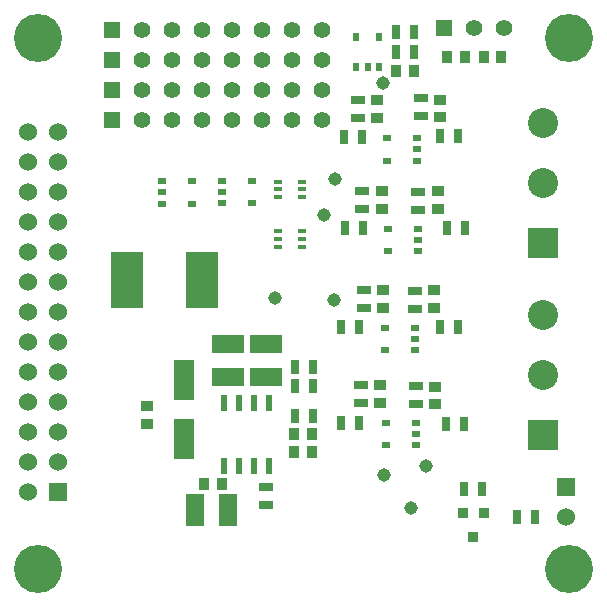
<source format=gts>
G04 (created by PCBNEW (2013-may-18)-stable) date Tue 20 Oct 2015 09:02:20 PM EDT*
%MOIN*%
G04 Gerber Fmt 3.4, Leading zero omitted, Abs format*
%FSLAX34Y34*%
G01*
G70*
G90*
G04 APERTURE LIST*
%ADD10C,0.00590551*%
%ADD11R,0.036X0.036*%
%ADD12R,0.03X0.02*%
%ADD13R,0.02X0.03*%
%ADD14R,0.0236X0.0551*%
%ADD15R,0.11X0.19*%
%ADD16R,0.025X0.045*%
%ADD17R,0.045X0.025*%
%ADD18R,0.055X0.055*%
%ADD19C,0.055*%
%ADD20R,0.026X0.016*%
%ADD21R,0.06X0.06*%
%ADD22C,0.06*%
%ADD23R,0.0709X0.1378*%
%ADD24R,0.0354X0.0394*%
%ADD25R,0.0394X0.0354*%
%ADD26R,0.1X0.1*%
%ADD27C,0.1*%
%ADD28C,0.045*%
%ADD29R,0.106X0.063*%
%ADD30R,0.063X0.106*%
%ADD31C,0.16*%
G04 APERTURE END LIST*
G54D10*
G54D11*
X55299Y-56981D03*
X55999Y-56981D03*
X55649Y-57781D03*
G54D12*
X53826Y-48268D03*
X53826Y-47518D03*
X52826Y-48268D03*
X53826Y-47893D03*
X52826Y-47518D03*
X53767Y-45237D03*
X53767Y-44487D03*
X52767Y-45237D03*
X53767Y-44862D03*
X52767Y-44487D03*
X53728Y-51556D03*
X53728Y-50806D03*
X52728Y-51556D03*
X53728Y-51181D03*
X52728Y-50806D03*
X53748Y-54725D03*
X53748Y-53975D03*
X52748Y-54725D03*
X53748Y-54350D03*
X52748Y-53975D03*
X47295Y-45904D03*
X47295Y-46654D03*
X48295Y-45904D03*
X47295Y-46279D03*
X48295Y-46654D03*
X45287Y-45924D03*
X45287Y-46674D03*
X46287Y-45924D03*
X45287Y-46299D03*
X46287Y-46674D03*
G54D13*
X51762Y-42118D03*
X52512Y-42118D03*
X51762Y-41118D03*
X52137Y-42118D03*
X52512Y-41118D03*
G54D14*
X47360Y-53320D03*
X47360Y-55420D03*
X47860Y-53320D03*
X48360Y-53320D03*
X48860Y-53320D03*
X47860Y-55420D03*
X48360Y-55420D03*
X48860Y-55420D03*
G54D15*
X46604Y-49232D03*
X44104Y-49232D03*
G54D16*
X51855Y-53976D03*
X51255Y-53976D03*
X53085Y-41614D03*
X53685Y-41614D03*
G54D17*
X51909Y-52711D03*
X51909Y-53311D03*
G54D16*
X54739Y-54015D03*
X55339Y-54015D03*
G54D17*
X53740Y-53370D03*
X53740Y-52770D03*
X53897Y-43764D03*
X53897Y-43164D03*
G54D16*
X51933Y-44448D03*
X51333Y-44448D03*
X54562Y-50787D03*
X55162Y-50787D03*
G54D17*
X52007Y-49542D03*
X52007Y-50142D03*
G54D16*
X51855Y-50787D03*
X51255Y-50787D03*
G54D17*
X53700Y-50181D03*
X53700Y-49581D03*
X51811Y-43223D03*
X51811Y-43823D03*
G54D16*
X54562Y-44429D03*
X55162Y-44429D03*
G54D17*
X53818Y-46874D03*
X53818Y-46274D03*
G54D16*
X54778Y-47480D03*
X55378Y-47480D03*
G54D17*
X51948Y-46255D03*
X51948Y-46855D03*
G54D16*
X51992Y-47480D03*
X51392Y-47480D03*
X55929Y-56181D03*
X55329Y-56181D03*
X49700Y-52106D03*
X50300Y-52106D03*
X50300Y-52755D03*
X49700Y-52755D03*
X49700Y-53759D03*
X50300Y-53759D03*
G54D17*
X48740Y-56117D03*
X48740Y-56717D03*
G54D16*
X57701Y-57125D03*
X57101Y-57125D03*
X53685Y-40944D03*
X53085Y-40944D03*
G54D18*
X43606Y-40877D03*
G54D19*
X44606Y-40877D03*
X45606Y-40877D03*
X46606Y-40877D03*
X47606Y-40877D03*
X48606Y-40877D03*
X49606Y-40877D03*
X50606Y-40877D03*
G54D18*
X43606Y-41877D03*
G54D19*
X44606Y-41877D03*
X45606Y-41877D03*
X46606Y-41877D03*
X47606Y-41877D03*
X48606Y-41877D03*
X49606Y-41877D03*
X50606Y-41877D03*
G54D18*
X43606Y-42877D03*
G54D19*
X44606Y-42877D03*
X45606Y-42877D03*
X46606Y-42877D03*
X47606Y-42877D03*
X48606Y-42877D03*
X49606Y-42877D03*
X50606Y-42877D03*
G54D18*
X43606Y-43877D03*
G54D19*
X44606Y-43877D03*
X45606Y-43877D03*
X46606Y-43877D03*
X47606Y-43877D03*
X48606Y-43877D03*
X49606Y-43877D03*
X50606Y-43877D03*
G54D18*
X54669Y-40826D03*
G54D19*
X55669Y-40826D03*
X56669Y-40826D03*
G54D20*
X49147Y-47594D03*
X49147Y-48114D03*
X49147Y-47854D03*
X49947Y-48114D03*
X49947Y-47594D03*
X49947Y-47854D03*
X49147Y-45940D03*
X49147Y-46460D03*
X49147Y-46200D03*
X49947Y-46460D03*
X49947Y-45940D03*
X49947Y-46200D03*
G54D21*
X58759Y-56133D03*
G54D22*
X58759Y-57133D03*
G54D21*
X41818Y-56295D03*
G54D22*
X40818Y-56295D03*
X41818Y-55295D03*
X40818Y-55295D03*
X41818Y-54295D03*
X40818Y-54295D03*
X41818Y-53295D03*
X40818Y-53295D03*
X41818Y-52295D03*
X40818Y-52295D03*
X41818Y-51295D03*
X40818Y-51295D03*
X41818Y-50295D03*
X40818Y-50295D03*
X41818Y-49295D03*
X40818Y-49295D03*
X41818Y-48295D03*
X40818Y-48295D03*
X41818Y-47295D03*
X40818Y-47295D03*
X41818Y-46295D03*
X40818Y-46295D03*
X41818Y-45295D03*
X40818Y-45295D03*
X41818Y-44295D03*
X40818Y-44295D03*
G54D23*
X46003Y-54507D03*
X46003Y-52539D03*
G54D24*
X54782Y-41771D03*
X55374Y-41771D03*
X47264Y-56023D03*
X46672Y-56023D03*
X50276Y-54370D03*
X49684Y-54370D03*
X56003Y-41771D03*
X56595Y-41771D03*
X50276Y-54940D03*
X49684Y-54940D03*
G54D25*
X44783Y-54016D03*
X44783Y-53424D03*
X52460Y-43227D03*
X52460Y-43819D03*
X54547Y-43207D03*
X54547Y-43799D03*
X54389Y-52774D03*
X54389Y-53366D03*
X52559Y-52715D03*
X52559Y-53307D03*
X54350Y-49566D03*
X54350Y-50158D03*
X52657Y-49546D03*
X52657Y-50138D03*
X52618Y-46259D03*
X52618Y-46851D03*
X54468Y-46259D03*
X54468Y-46851D03*
G54D26*
X57992Y-47984D03*
G54D27*
X57992Y-45984D03*
X57992Y-43984D03*
G54D26*
X57992Y-54381D03*
G54D27*
X57992Y-52381D03*
X57992Y-50381D03*
G54D28*
X52657Y-42637D03*
X51003Y-49881D03*
X51062Y-45846D03*
G54D24*
X53089Y-42244D03*
X53681Y-42244D03*
G54D29*
X47480Y-51339D03*
X47480Y-52439D03*
X48759Y-51339D03*
X48759Y-52439D03*
G54D30*
X47479Y-56889D03*
X46379Y-56889D03*
G54D28*
X53582Y-56811D03*
X50669Y-47047D03*
X49035Y-49822D03*
X52677Y-55728D03*
X54074Y-55413D03*
G54D31*
X41161Y-41161D03*
X58838Y-58838D03*
X58838Y-41161D03*
X41161Y-58838D03*
M02*

</source>
